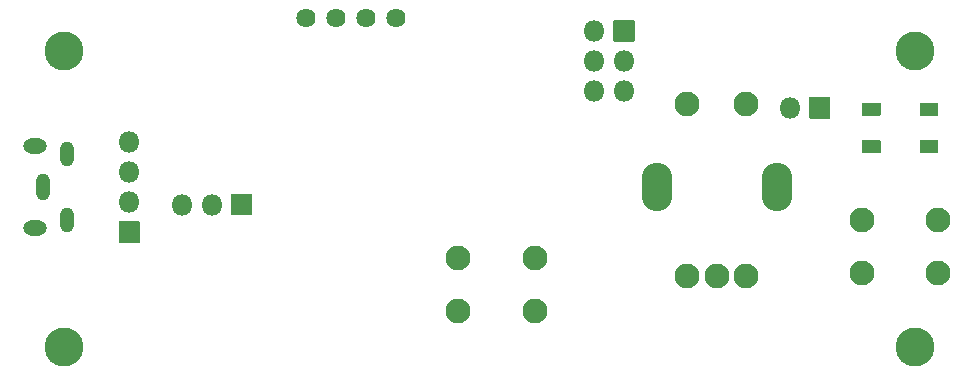
<source format=gbr>
G04 #@! TF.GenerationSoftware,KiCad,Pcbnew,(5.1.9)-1*
G04 #@! TF.CreationDate,2021-05-05T15:50:03+02:00*
G04 #@! TF.ProjectId,V0_Display,56305f44-6973-4706-9c61-792e6b696361,rev?*
G04 #@! TF.SameCoordinates,Original*
G04 #@! TF.FileFunction,Soldermask,Top*
G04 #@! TF.FilePolarity,Negative*
%FSLAX46Y46*%
G04 Gerber Fmt 4.6, Leading zero omitted, Abs format (unit mm)*
G04 Created by KiCad (PCBNEW (5.1.9)-1) date 2021-05-05 15:50:03*
%MOMM*%
%LPD*%
G01*
G04 APERTURE LIST*
%ADD10O,1.802000X1.802000*%
%ADD11C,1.626000*%
%ADD12O,2.602000X4.102000*%
%ADD13C,2.102000*%
%ADD14O,1.202000X2.302000*%
%ADD15O,1.202000X2.102000*%
%ADD16O,2.002000X1.302000*%
%ADD17C,3.302000*%
G04 APERTURE END LIST*
D10*
X134006000Y-59022000D03*
X136546000Y-59022000D03*
X134006000Y-56482000D03*
X136546000Y-56482000D03*
X134006000Y-53942000D03*
G36*
G01*
X137447000Y-53092000D02*
X137447000Y-54792000D01*
G75*
G02*
X137396000Y-54843000I-51000J0D01*
G01*
X135696000Y-54843000D01*
G75*
G02*
X135645000Y-54792000I0J51000D01*
G01*
X135645000Y-53092000D01*
G75*
G02*
X135696000Y-53041000I51000J0D01*
G01*
X137396000Y-53041000D01*
G75*
G02*
X137447000Y-53092000I0J-51000D01*
G01*
G37*
D11*
X117280000Y-52850000D03*
X114740000Y-52850000D03*
X112200000Y-52850000D03*
X109660000Y-52850000D03*
G36*
G01*
X156669000Y-61050000D02*
X156669000Y-60050000D01*
G75*
G02*
X156720000Y-59999000I51000J0D01*
G01*
X158220000Y-59999000D01*
G75*
G02*
X158271000Y-60050000I0J-51000D01*
G01*
X158271000Y-61050000D01*
G75*
G02*
X158220000Y-61101000I-51000J0D01*
G01*
X156720000Y-61101000D01*
G75*
G02*
X156669000Y-61050000I0J51000D01*
G01*
G37*
G36*
G01*
X156669000Y-64250000D02*
X156669000Y-63250000D01*
G75*
G02*
X156720000Y-63199000I51000J0D01*
G01*
X158220000Y-63199000D01*
G75*
G02*
X158271000Y-63250000I0J-51000D01*
G01*
X158271000Y-64250000D01*
G75*
G02*
X158220000Y-64301000I-51000J0D01*
G01*
X156720000Y-64301000D01*
G75*
G02*
X156669000Y-64250000I0J51000D01*
G01*
G37*
G36*
G01*
X161569000Y-61050000D02*
X161569000Y-60050000D01*
G75*
G02*
X161620000Y-59999000I51000J0D01*
G01*
X163120000Y-59999000D01*
G75*
G02*
X163171000Y-60050000I0J-51000D01*
G01*
X163171000Y-61050000D01*
G75*
G02*
X163120000Y-61101000I-51000J0D01*
G01*
X161620000Y-61101000D01*
G75*
G02*
X161569000Y-61050000I0J51000D01*
G01*
G37*
G36*
G01*
X161569000Y-64250000D02*
X161569000Y-63250000D01*
G75*
G02*
X161620000Y-63199000I51000J0D01*
G01*
X163120000Y-63199000D01*
G75*
G02*
X163171000Y-63250000I0J-51000D01*
G01*
X163171000Y-64250000D01*
G75*
G02*
X163120000Y-64301000I-51000J0D01*
G01*
X161620000Y-64301000D01*
G75*
G02*
X161569000Y-64250000I0J51000D01*
G01*
G37*
D12*
X149500000Y-67150000D03*
X139340000Y-67150000D03*
D13*
X146920000Y-60150000D03*
X141920000Y-60150000D03*
X146920000Y-74650000D03*
X144420000Y-74650000D03*
X141920000Y-74650000D03*
X163170000Y-69900000D03*
X163170000Y-74400000D03*
X156670000Y-69900000D03*
X156670000Y-74400000D03*
X122475000Y-73145000D03*
X122475000Y-77645000D03*
X128975000Y-73145000D03*
X128975000Y-77645000D03*
D10*
X150575000Y-60445000D03*
G36*
G01*
X153965000Y-61346000D02*
X152265000Y-61346000D01*
G75*
G02*
X152214000Y-61295000I0J51000D01*
G01*
X152214000Y-59595000D01*
G75*
G02*
X152265000Y-59544000I51000J0D01*
G01*
X153965000Y-59544000D01*
G75*
G02*
X154016000Y-59595000I0J-51000D01*
G01*
X154016000Y-61295000D01*
G75*
G02*
X153965000Y-61346000I-51000J0D01*
G01*
G37*
X94670000Y-63340000D03*
X94670000Y-65880000D03*
X94670000Y-68420000D03*
G36*
G01*
X93769000Y-71810000D02*
X93769000Y-70110000D01*
G75*
G02*
X93820000Y-70059000I51000J0D01*
G01*
X95520000Y-70059000D01*
G75*
G02*
X95571000Y-70110000I0J-51000D01*
G01*
X95571000Y-71810000D01*
G75*
G02*
X95520000Y-71861000I-51000J0D01*
G01*
X93820000Y-71861000D01*
G75*
G02*
X93769000Y-71810000I0J51000D01*
G01*
G37*
D14*
X87350500Y-67150000D03*
D15*
X89382500Y-69944000D03*
D16*
X86682500Y-63650000D03*
X86682500Y-70650000D03*
D15*
X89382500Y-64356000D03*
D17*
X89170000Y-80650000D03*
X161170000Y-55650000D03*
X161170000Y-80650000D03*
X89170000Y-55650000D03*
D10*
X99090000Y-68650000D03*
X101630000Y-68650000D03*
G36*
G01*
X105020000Y-69551000D02*
X103320000Y-69551000D01*
G75*
G02*
X103269000Y-69500000I0J51000D01*
G01*
X103269000Y-67800000D01*
G75*
G02*
X103320000Y-67749000I51000J0D01*
G01*
X105020000Y-67749000D01*
G75*
G02*
X105071000Y-67800000I0J-51000D01*
G01*
X105071000Y-69500000D01*
G75*
G02*
X105020000Y-69551000I-51000J0D01*
G01*
G37*
M02*

</source>
